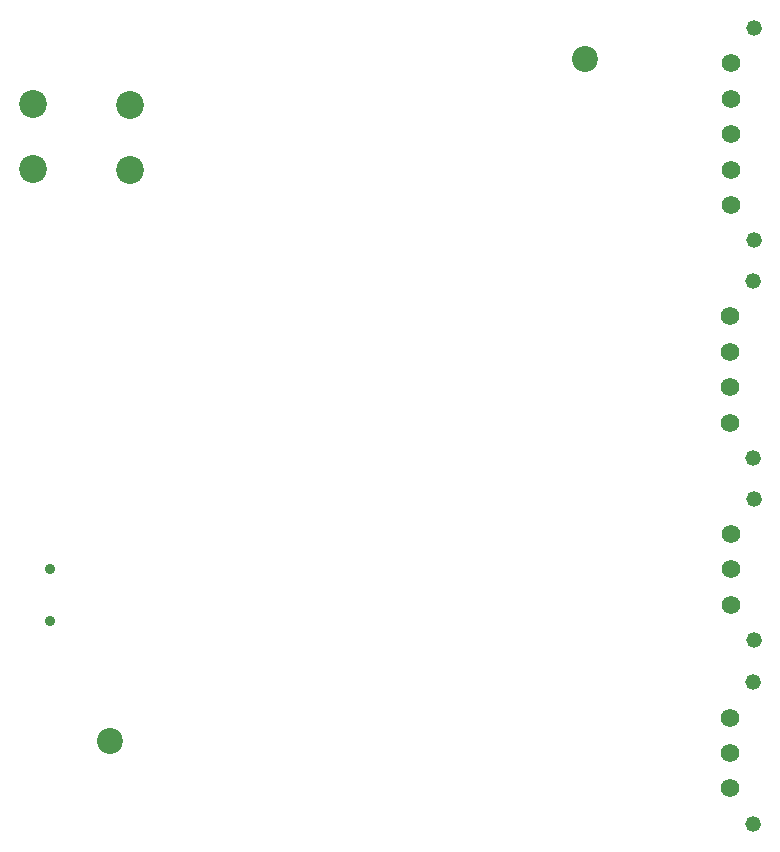
<source format=gbr>
%TF.GenerationSoftware,KiCad,Pcbnew,9.0.6*%
%TF.CreationDate,2026-02-16T15:04:55+01:00*%
%TF.ProjectId,WaterSensor,57617465-7253-4656-9e73-6f722e6b6963,rev?*%
%TF.SameCoordinates,Original*%
%TF.FileFunction,Soldermask,Bot*%
%TF.FilePolarity,Negative*%
%FSLAX46Y46*%
G04 Gerber Fmt 4.6, Leading zero omitted, Abs format (unit mm)*
G04 Created by KiCad (PCBNEW 9.0.6) date 2026-02-16 15:04:55*
%MOMM*%
%LPD*%
G01*
G04 APERTURE LIST*
%ADD10C,0.900000*%
%ADD11C,2.362200*%
%ADD12C,1.320800*%
%ADD13C,1.574800*%
%ADD14C,2.200000*%
G04 APERTURE END LIST*
D10*
%TO.C,J6*%
X109925000Y-125500000D03*
X109925000Y-129900000D03*
%TD*%
D11*
%TO.C,J2*%
X116700000Y-86210251D03*
X116700000Y-91710250D03*
%TD*%
D12*
%TO.C,J7*%
X169460001Y-147099997D03*
X169460001Y-135100001D03*
D13*
X167500000Y-138100000D03*
X167500000Y-141099999D03*
X167500000Y-144099998D03*
%TD*%
D12*
%TO.C,J5*%
X169476000Y-116117000D03*
X169476000Y-101116999D03*
D13*
X167515999Y-104117001D03*
X167515999Y-107117000D03*
X167515999Y-110116999D03*
X167515999Y-113116998D03*
%TD*%
D12*
%TO.C,J4*%
X169500000Y-97700000D03*
X169500000Y-79700000D03*
D13*
X167539999Y-82700002D03*
X167539999Y-85700001D03*
X167539999Y-88700000D03*
X167539999Y-91699999D03*
X167539999Y-94699998D03*
%TD*%
D14*
%TO.C,H1*%
X155200000Y-82300000D03*
%TD*%
D12*
%TO.C,J8*%
X169499800Y-131560398D03*
X169499800Y-119560402D03*
D13*
X167539799Y-122560401D03*
X167539799Y-125560400D03*
X167539799Y-128560399D03*
%TD*%
D14*
%TO.C,H2*%
X115000000Y-140100000D03*
%TD*%
D11*
%TO.C,J3*%
X108439600Y-86189750D03*
X108439600Y-91689749D03*
%TD*%
M02*

</source>
